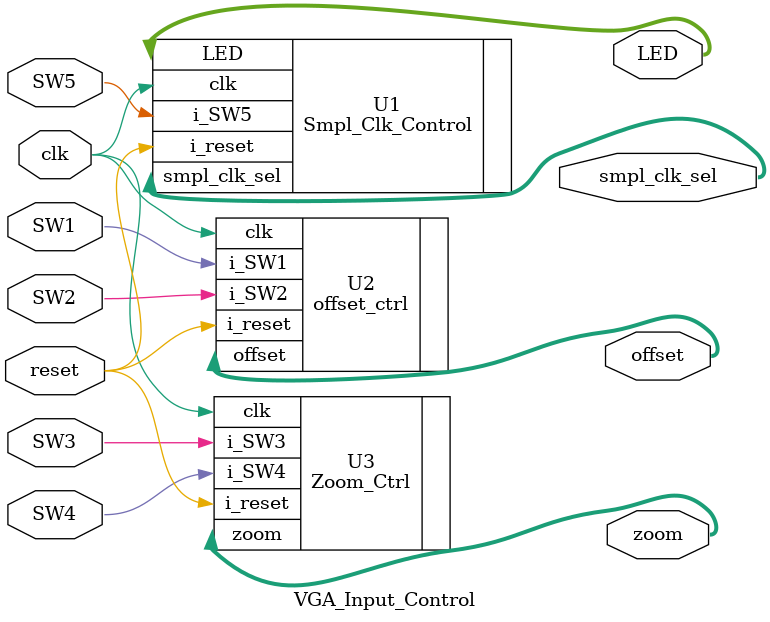
<source format=v>
module VGA_Input_Control (
	input  clk, reset, SW1, SW2, SW3, SW4, SW5,
	output [1:0] smpl_clk_sel,
	output [3:0] LED,
	output [1:0] zoom, offset
);

	Smpl_Clk_Control U1 (.clk(clk), .i_SW5(SW5), .i_reset(reset), .smpl_clk_sel(smpl_clk_sel), .LED(LED));
	offset_ctrl      U2 (.clk(clk), .i_SW1(SW1), .i_SW2(SW2), .i_reset(reset), .offset(offset));
	Zoom_Ctrl        U3 (.clk(clk), .i_SW3(SW3), .i_SW4(SW4), .i_reset(reset), .zoom(zoom));

endmodule //VGA_Input_Control
</source>
